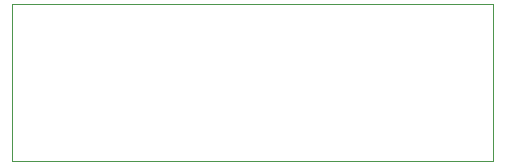
<source format=gbr>
%TF.GenerationSoftware,Altium Limited,Altium NEXUS,2.1.9 (83)*%
G04 Layer_Color=0*
%FSLAX44Y44*%
%MOMM*%
%TF.FileFunction,Other,Mechanical_16*%
%TF.Part,Single*%
G01*
G75*
%TA.AperFunction,NonConductor*%
%ADD112C,0.0500*%
D112*
X726140Y689150D02*
Y822150D01*
X1133140D01*
Y689150D02*
Y822150D01*
X726140Y689150D02*
X1133140D01*
%TF.MD5,11353a09a00860a8f3d221dd233fe6e1*%
M02*

</source>
